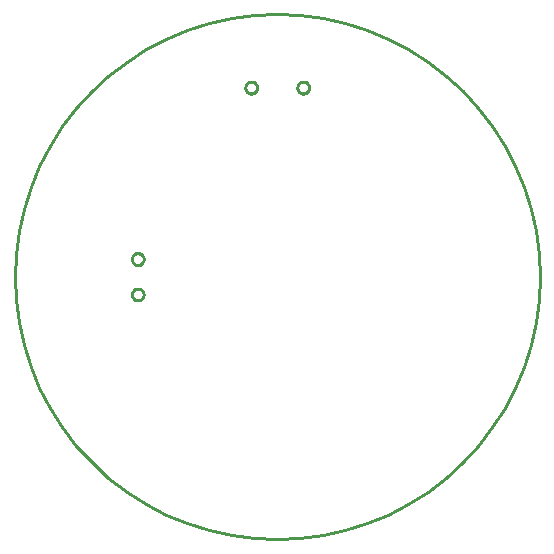
<source format=gbr>
G04 EAGLE Gerber RS-274X export*
G75*
%MOMM*%
%FSLAX34Y34*%
%LPD*%
%IN*%
%IPPOS*%
%AMOC8*
5,1,8,0,0,1.08239X$1,22.5*%
G01*
%ADD10C,0.254000*%


D10*
X-222250Y0D02*
X-221404Y-19370D01*
X-218874Y-38593D01*
X-214677Y-57523D01*
X-208847Y-76014D01*
X-201427Y-93927D01*
X-192474Y-111125D01*
X-182057Y-127477D01*
X-170253Y-142860D01*
X-157154Y-157154D01*
X-142860Y-170253D01*
X-127477Y-182057D01*
X-111125Y-192474D01*
X-93927Y-201427D01*
X-76014Y-208847D01*
X-57523Y-214677D01*
X-38593Y-218874D01*
X-19370Y-221404D01*
X0Y-222250D01*
X19370Y-221404D01*
X38593Y-218874D01*
X57523Y-214677D01*
X76014Y-208847D01*
X93927Y-201427D01*
X111125Y-192474D01*
X127477Y-182057D01*
X142860Y-170253D01*
X157154Y-157154D01*
X170253Y-142860D01*
X182057Y-127477D01*
X192474Y-111125D01*
X201427Y-93927D01*
X208847Y-76014D01*
X214677Y-57523D01*
X218874Y-38593D01*
X221404Y-19370D01*
X222250Y0D01*
X221404Y19370D01*
X218874Y38593D01*
X214677Y57523D01*
X208847Y76014D01*
X201427Y93927D01*
X192474Y111125D01*
X182057Y127477D01*
X170253Y142860D01*
X157154Y157154D01*
X142860Y170253D01*
X127477Y182057D01*
X111125Y192474D01*
X93927Y201427D01*
X76014Y208847D01*
X57523Y214677D01*
X38593Y218874D01*
X19370Y221404D01*
X0Y222250D01*
X-19370Y221404D01*
X-38593Y218874D01*
X-57523Y214677D01*
X-76014Y208847D01*
X-93927Y201427D01*
X-111125Y192474D01*
X-127477Y182057D01*
X-142860Y170253D01*
X-157154Y157154D01*
X-170253Y142860D01*
X-182057Y127477D01*
X-192474Y111125D01*
X-201427Y93927D01*
X-208847Y76014D01*
X-214677Y57523D01*
X-218874Y38593D01*
X-221404Y19370D01*
X-222250Y0D01*
X17000Y160461D02*
X17063Y161019D01*
X17188Y161566D01*
X17373Y162096D01*
X17617Y162602D01*
X17916Y163078D01*
X18266Y163517D01*
X18663Y163914D01*
X19102Y164264D01*
X19578Y164563D01*
X20084Y164807D01*
X20614Y164992D01*
X21161Y165117D01*
X21719Y165180D01*
X22281Y165180D01*
X22839Y165117D01*
X23386Y164992D01*
X23916Y164807D01*
X24422Y164563D01*
X24898Y164264D01*
X25337Y163914D01*
X25734Y163517D01*
X26084Y163078D01*
X26383Y162602D01*
X26627Y162096D01*
X26812Y161566D01*
X26937Y161019D01*
X27000Y160461D01*
X27000Y159899D01*
X26937Y159341D01*
X26812Y158794D01*
X26627Y158264D01*
X26383Y157758D01*
X26084Y157282D01*
X25734Y156843D01*
X25337Y156446D01*
X24898Y156096D01*
X24422Y155797D01*
X23916Y155553D01*
X23386Y155368D01*
X22839Y155243D01*
X22281Y155180D01*
X21719Y155180D01*
X21161Y155243D01*
X20614Y155368D01*
X20084Y155553D01*
X19578Y155797D01*
X19102Y156096D01*
X18663Y156446D01*
X18266Y156843D01*
X17916Y157282D01*
X17617Y157758D01*
X17373Y158264D01*
X17188Y158794D01*
X17063Y159341D01*
X17000Y159899D01*
X17000Y160461D01*
X-27000Y160461D02*
X-26937Y161019D01*
X-26812Y161566D01*
X-26627Y162096D01*
X-26383Y162602D01*
X-26084Y163078D01*
X-25734Y163517D01*
X-25337Y163914D01*
X-24898Y164264D01*
X-24422Y164563D01*
X-23916Y164807D01*
X-23386Y164992D01*
X-22839Y165117D01*
X-22281Y165180D01*
X-21719Y165180D01*
X-21161Y165117D01*
X-20614Y164992D01*
X-20084Y164807D01*
X-19578Y164563D01*
X-19102Y164264D01*
X-18663Y163914D01*
X-18266Y163517D01*
X-17916Y163078D01*
X-17617Y162602D01*
X-17373Y162096D01*
X-17188Y161566D01*
X-17063Y161019D01*
X-17000Y160461D01*
X-17000Y159899D01*
X-17063Y159341D01*
X-17188Y158794D01*
X-17373Y158264D01*
X-17617Y157758D01*
X-17916Y157282D01*
X-18266Y156843D01*
X-18663Y156446D01*
X-19102Y156096D01*
X-19578Y155797D01*
X-20084Y155553D01*
X-20614Y155368D01*
X-21161Y155243D01*
X-21719Y155180D01*
X-22281Y155180D01*
X-22839Y155243D01*
X-23386Y155368D01*
X-23916Y155553D01*
X-24422Y155797D01*
X-24898Y156096D01*
X-25337Y156446D01*
X-25734Y156843D01*
X-26084Y157282D01*
X-26383Y157758D01*
X-26627Y158264D01*
X-26812Y158794D01*
X-26937Y159341D01*
X-27000Y159899D01*
X-27000Y160461D01*
X-117829Y20000D02*
X-117271Y19937D01*
X-116724Y19812D01*
X-116194Y19627D01*
X-115688Y19383D01*
X-115212Y19084D01*
X-114773Y18734D01*
X-114376Y18337D01*
X-114026Y17898D01*
X-113727Y17422D01*
X-113483Y16916D01*
X-113298Y16386D01*
X-113173Y15839D01*
X-113110Y15281D01*
X-113110Y14719D01*
X-113173Y14161D01*
X-113298Y13614D01*
X-113483Y13084D01*
X-113727Y12578D01*
X-114026Y12102D01*
X-114376Y11663D01*
X-114773Y11266D01*
X-115212Y10916D01*
X-115688Y10617D01*
X-116194Y10373D01*
X-116724Y10188D01*
X-117271Y10063D01*
X-117829Y10000D01*
X-118391Y10000D01*
X-118949Y10063D01*
X-119496Y10188D01*
X-120026Y10373D01*
X-120532Y10617D01*
X-121008Y10916D01*
X-121447Y11266D01*
X-121844Y11663D01*
X-122194Y12102D01*
X-122493Y12578D01*
X-122737Y13084D01*
X-122922Y13614D01*
X-123047Y14161D01*
X-123110Y14719D01*
X-123110Y15281D01*
X-123047Y15839D01*
X-122922Y16386D01*
X-122737Y16916D01*
X-122493Y17422D01*
X-122194Y17898D01*
X-121844Y18337D01*
X-121447Y18734D01*
X-121008Y19084D01*
X-120532Y19383D01*
X-120026Y19627D01*
X-119496Y19812D01*
X-118949Y19937D01*
X-118391Y20000D01*
X-117829Y20000D01*
X-117829Y-10000D02*
X-117271Y-10063D01*
X-116724Y-10188D01*
X-116194Y-10373D01*
X-115688Y-10617D01*
X-115212Y-10916D01*
X-114773Y-11266D01*
X-114376Y-11663D01*
X-114026Y-12102D01*
X-113727Y-12578D01*
X-113483Y-13084D01*
X-113298Y-13614D01*
X-113173Y-14161D01*
X-113110Y-14719D01*
X-113110Y-15281D01*
X-113173Y-15839D01*
X-113298Y-16386D01*
X-113483Y-16916D01*
X-113727Y-17422D01*
X-114026Y-17898D01*
X-114376Y-18337D01*
X-114773Y-18734D01*
X-115212Y-19084D01*
X-115688Y-19383D01*
X-116194Y-19627D01*
X-116724Y-19812D01*
X-117271Y-19937D01*
X-117829Y-20000D01*
X-118391Y-20000D01*
X-118949Y-19937D01*
X-119496Y-19812D01*
X-120026Y-19627D01*
X-120532Y-19383D01*
X-121008Y-19084D01*
X-121447Y-18734D01*
X-121844Y-18337D01*
X-122194Y-17898D01*
X-122493Y-17422D01*
X-122737Y-16916D01*
X-122922Y-16386D01*
X-123047Y-15839D01*
X-123110Y-15281D01*
X-123110Y-14719D01*
X-123047Y-14161D01*
X-122922Y-13614D01*
X-122737Y-13084D01*
X-122493Y-12578D01*
X-122194Y-12102D01*
X-121844Y-11663D01*
X-121447Y-11266D01*
X-121008Y-10916D01*
X-120532Y-10617D01*
X-120026Y-10373D01*
X-119496Y-10188D01*
X-118949Y-10063D01*
X-118391Y-10000D01*
X-117829Y-10000D01*
M02*

</source>
